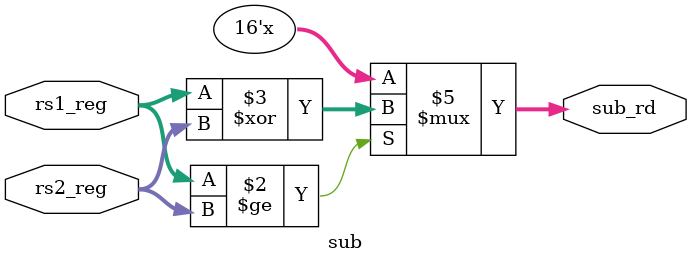
<source format=sv>
module sub(rs1_reg,rs2_reg,sub_rd);
  parameter N=16;
           input [N-1:0] rs1_reg, rs2_reg;

           output reg [N-1:0] sub_rd;
  
  always @(*) begin
	  if(rs1_reg >= rs2_reg)begin
		sub_rd = rs1_reg ^ rs2_reg;
end
	else
		$display("**************rs1 < rs2,exception************");
  //s = a+b+ci;
  //co = a+b+ci;  
  end
endmodule


</source>
